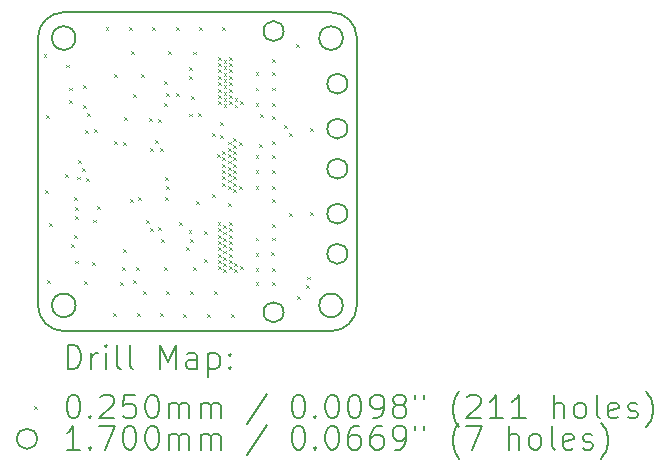
<source format=gbr>
%TF.GenerationSoftware,KiCad,Pcbnew,7.0.7*%
%TF.CreationDate,2024-08-09T21:04:42-05:00*%
%TF.ProjectId,O32controller,4f333263-6f6e-4747-926f-6c6c65722e6b,3.1*%
%TF.SameCoordinates,Original*%
%TF.FileFunction,Drillmap*%
%TF.FilePolarity,Positive*%
%FSLAX45Y45*%
G04 Gerber Fmt 4.5, Leading zero omitted, Abs format (unit mm)*
G04 Created by KiCad (PCBNEW 7.0.7) date 2024-08-09 21:04:42*
%MOMM*%
%LPD*%
G01*
G04 APERTURE LIST*
%ADD10C,0.150000*%
%ADD11C,0.200000*%
%ADD12C,0.025000*%
%ADD13C,0.170000*%
G04 APERTURE END LIST*
D10*
X6231400Y-6131400D02*
G75*
G03*
X6231400Y-6131400I-100000J0D01*
G01*
X3868600Y-3650000D02*
X6131400Y-3650000D01*
X3650000Y-6131400D02*
G75*
G03*
X3868600Y-6350000I218600J0D01*
G01*
X3868600Y-3650000D02*
G75*
G03*
X3650000Y-3868600I0J-218600D01*
G01*
X3868600Y-6350000D02*
X6131400Y-6350000D01*
X6350000Y-3868600D02*
X6350000Y-6131400D01*
X6350000Y-3868600D02*
G75*
G03*
X6131400Y-3650000I-218600J0D01*
G01*
X3968600Y-6131400D02*
G75*
G03*
X3968600Y-6131400I-100000J0D01*
G01*
X3968600Y-3868600D02*
G75*
G03*
X3968600Y-3868600I-100000J0D01*
G01*
X6131400Y-6350000D02*
G75*
G03*
X6350000Y-6131400I0J218600D01*
G01*
X6231400Y-3868600D02*
G75*
G03*
X6231400Y-3868600I-100000J0D01*
G01*
X3650000Y-3868600D02*
X3650000Y-6131400D01*
D11*
D12*
X3697500Y-4007500D02*
X3722500Y-4032500D01*
X3722500Y-4007500D02*
X3697500Y-4032500D01*
X3713700Y-5152500D02*
X3738700Y-5177500D01*
X3738700Y-5152500D02*
X3713700Y-5177500D01*
X3722500Y-4522500D02*
X3747500Y-4547500D01*
X3747500Y-4522500D02*
X3722500Y-4547500D01*
X3727500Y-5915000D02*
X3752500Y-5940000D01*
X3752500Y-5915000D02*
X3727500Y-5940000D01*
X3741550Y-5438340D02*
X3766550Y-5463340D01*
X3766550Y-5438340D02*
X3741550Y-5463340D01*
X3881410Y-5017586D02*
X3906410Y-5042586D01*
X3906410Y-5017586D02*
X3881410Y-5042586D01*
X3887500Y-4092500D02*
X3912500Y-4117500D01*
X3912500Y-4092500D02*
X3887500Y-4117500D01*
X3912411Y-4390025D02*
X3937411Y-4415025D01*
X3937411Y-4390025D02*
X3912411Y-4415025D01*
X3912500Y-4287500D02*
X3937500Y-4312500D01*
X3937500Y-4287500D02*
X3912500Y-4312500D01*
X3927060Y-5616140D02*
X3952060Y-5641140D01*
X3952060Y-5616140D02*
X3927060Y-5641140D01*
X3952460Y-5539940D02*
X3977460Y-5564940D01*
X3977460Y-5539940D02*
X3952460Y-5564940D01*
X3957059Y-5216759D02*
X3982059Y-5241759D01*
X3982059Y-5216759D02*
X3957059Y-5241759D01*
X3962500Y-5377500D02*
X3987500Y-5402500D01*
X3987500Y-5377500D02*
X3962500Y-5402500D01*
X3962550Y-5298476D02*
X3987550Y-5323476D01*
X3987550Y-5298476D02*
X3962550Y-5323476D01*
X3963861Y-5752058D02*
X3988861Y-5777058D01*
X3988861Y-5752058D02*
X3963861Y-5777058D01*
X3984394Y-5040925D02*
X4009394Y-5065925D01*
X4009394Y-5040925D02*
X3984394Y-5065925D01*
X3987500Y-4902500D02*
X4012500Y-4927500D01*
X4012500Y-4902500D02*
X3987500Y-4927500D01*
X4022500Y-4972500D02*
X4047500Y-4997500D01*
X4047500Y-4972500D02*
X4022500Y-4997500D01*
X4032500Y-4267500D02*
X4057500Y-4292500D01*
X4057500Y-4267500D02*
X4032500Y-4292500D01*
X4032500Y-4432500D02*
X4057500Y-4457500D01*
X4057500Y-4432500D02*
X4032500Y-4457500D01*
X4037500Y-5922500D02*
X4062500Y-5947500D01*
X4062500Y-5922500D02*
X4037500Y-5947500D01*
X4052500Y-4650940D02*
X4077500Y-4675940D01*
X4077500Y-4650940D02*
X4052500Y-4675940D01*
X4053436Y-5057270D02*
X4078436Y-5082270D01*
X4078436Y-5057270D02*
X4053436Y-5082270D01*
X4062500Y-4502500D02*
X4087500Y-4527500D01*
X4087500Y-4502500D02*
X4062500Y-4527500D01*
X4104860Y-5765950D02*
X4129860Y-5790950D01*
X4129860Y-5765950D02*
X4104860Y-5790950D01*
X4120050Y-5404950D02*
X4145050Y-5429950D01*
X4145050Y-5404950D02*
X4120050Y-5429950D01*
X4122500Y-4635700D02*
X4147500Y-4660700D01*
X4147500Y-4635700D02*
X4122500Y-4660700D01*
X4150150Y-5291550D02*
X4175150Y-5316550D01*
X4175150Y-5291550D02*
X4150150Y-5316550D01*
X4222500Y-3772500D02*
X4247500Y-3797500D01*
X4247500Y-3772500D02*
X4222500Y-3797500D01*
X4287500Y-6197500D02*
X4312500Y-6222500D01*
X4312500Y-6197500D02*
X4287500Y-6222500D01*
X4291056Y-4742450D02*
X4316056Y-4767450D01*
X4316056Y-4742450D02*
X4291056Y-4767450D01*
X4297500Y-4175000D02*
X4322500Y-4200000D01*
X4322500Y-4175000D02*
X4297500Y-4200000D01*
X4345000Y-5935000D02*
X4370000Y-5960000D01*
X4370000Y-5935000D02*
X4345000Y-5960000D01*
X4362500Y-5807500D02*
X4387500Y-5832500D01*
X4387500Y-5807500D02*
X4362500Y-5832500D01*
X4374100Y-4747460D02*
X4399100Y-4772460D01*
X4399100Y-4747460D02*
X4374100Y-4772460D01*
X4374100Y-5651700D02*
X4399100Y-5676700D01*
X4399100Y-5651700D02*
X4374100Y-5676700D01*
X4382500Y-4537500D02*
X4407500Y-4562500D01*
X4407500Y-4537500D02*
X4382500Y-4562500D01*
X4422500Y-3772500D02*
X4447500Y-3797500D01*
X4447500Y-3772500D02*
X4422500Y-3797500D01*
X4428318Y-5234588D02*
X4453318Y-5259588D01*
X4453318Y-5234588D02*
X4428318Y-5259588D01*
X4437500Y-3977500D02*
X4462500Y-4002500D01*
X4462500Y-3977500D02*
X4437500Y-4002500D01*
X4452500Y-4340000D02*
X4477500Y-4365000D01*
X4477500Y-4340000D02*
X4452500Y-4365000D01*
X4452500Y-5917500D02*
X4477500Y-5942500D01*
X4477500Y-5917500D02*
X4452500Y-5942500D01*
X4477500Y-5807500D02*
X4502500Y-5832500D01*
X4502500Y-5807500D02*
X4477500Y-5832500D01*
X4487500Y-6197500D02*
X4512500Y-6222500D01*
X4512500Y-6197500D02*
X4487500Y-6222500D01*
X4497500Y-5217500D02*
X4522500Y-5242500D01*
X4522500Y-5217500D02*
X4497500Y-5242500D01*
X4522500Y-4175000D02*
X4547500Y-4200000D01*
X4547500Y-4175000D02*
X4522500Y-4200000D01*
X4537500Y-6007500D02*
X4562500Y-6032500D01*
X4562500Y-6007500D02*
X4537500Y-6032500D01*
X4562500Y-5407500D02*
X4587500Y-5432500D01*
X4587500Y-5407500D02*
X4562500Y-5432500D01*
X4592500Y-4542500D02*
X4617500Y-4567500D01*
X4617500Y-4542500D02*
X4592500Y-4567500D01*
X4595500Y-5474500D02*
X4620500Y-5499500D01*
X4620500Y-5474500D02*
X4595500Y-5499500D01*
X4602500Y-4797500D02*
X4627500Y-4822500D01*
X4627500Y-4797500D02*
X4602500Y-4822500D01*
X4617500Y-3772500D02*
X4642500Y-3797500D01*
X4642500Y-3772500D02*
X4617500Y-3797500D01*
X4642500Y-4732500D02*
X4667500Y-4757500D01*
X4667500Y-4732500D02*
X4642500Y-4757500D01*
X4667500Y-4555000D02*
X4692500Y-4580000D01*
X4692500Y-4555000D02*
X4667500Y-4580000D01*
X4667500Y-5467500D02*
X4692500Y-5492500D01*
X4692500Y-5467500D02*
X4667500Y-5492500D01*
X4680000Y-4800000D02*
X4705000Y-4825000D01*
X4705000Y-4800000D02*
X4680000Y-4825000D01*
X4687500Y-6197500D02*
X4712500Y-6222500D01*
X4712500Y-6197500D02*
X4687500Y-6222500D01*
X4692500Y-5572500D02*
X4717500Y-5597500D01*
X4717500Y-5572500D02*
X4692500Y-5597500D01*
X4717500Y-4235000D02*
X4742500Y-4260000D01*
X4742500Y-4235000D02*
X4717500Y-4260000D01*
X4717500Y-4417500D02*
X4742500Y-4442500D01*
X4742500Y-4417500D02*
X4717500Y-4442500D01*
X4717500Y-5807500D02*
X4742500Y-5832500D01*
X4742500Y-5807500D02*
X4717500Y-5832500D01*
X4722500Y-5047500D02*
X4747500Y-5072500D01*
X4747500Y-5047500D02*
X4722500Y-5072500D01*
X4727500Y-5212500D02*
X4752500Y-5237500D01*
X4752500Y-5212500D02*
X4727500Y-5237500D01*
X4732500Y-4335000D02*
X4757500Y-4360000D01*
X4757500Y-4335000D02*
X4732500Y-4360000D01*
X4732500Y-5122500D02*
X4757500Y-5147500D01*
X4757500Y-5122500D02*
X4732500Y-5147500D01*
X4737500Y-6007500D02*
X4762500Y-6032500D01*
X4762500Y-6007500D02*
X4737500Y-6032500D01*
X4752500Y-3977500D02*
X4777500Y-4002500D01*
X4777500Y-3977500D02*
X4752500Y-4002500D01*
X4817500Y-3772500D02*
X4842500Y-3797500D01*
X4842500Y-3772500D02*
X4817500Y-3797500D01*
X4817500Y-4337500D02*
X4842500Y-4362500D01*
X4842500Y-4337500D02*
X4817500Y-4362500D01*
X4842500Y-5427500D02*
X4867500Y-5452500D01*
X4867500Y-5427500D02*
X4842500Y-5452500D01*
X4882500Y-6202500D02*
X4907500Y-6227500D01*
X4907500Y-6202500D02*
X4882500Y-6227500D01*
X4907500Y-5635000D02*
X4932500Y-5660000D01*
X4932500Y-5635000D02*
X4907500Y-5660000D01*
X4925000Y-5497500D02*
X4950000Y-5522500D01*
X4950000Y-5497500D02*
X4925000Y-5522500D01*
X4928363Y-4113363D02*
X4953363Y-4138363D01*
X4953363Y-4113363D02*
X4928363Y-4138363D01*
X4930000Y-4190000D02*
X4955000Y-4215000D01*
X4955000Y-4190000D02*
X4930000Y-4215000D01*
X4932500Y-4507500D02*
X4957500Y-4532500D01*
X4957500Y-4507500D02*
X4932500Y-4532500D01*
X4937500Y-5570000D02*
X4962500Y-5595000D01*
X4962500Y-5570000D02*
X4937500Y-5595000D01*
X4937500Y-6007500D02*
X4962500Y-6032500D01*
X4962500Y-6007500D02*
X4937500Y-6032500D01*
X4947500Y-4357500D02*
X4972500Y-4382500D01*
X4972500Y-4357500D02*
X4947500Y-4382500D01*
X4962500Y-5807500D02*
X4987500Y-5832500D01*
X4987500Y-5807500D02*
X4962500Y-5832500D01*
X4965000Y-3982500D02*
X4990000Y-4007500D01*
X4990000Y-3982500D02*
X4965000Y-4007500D01*
X4992500Y-5247500D02*
X5017500Y-5272500D01*
X5017500Y-5247500D02*
X4992500Y-5272500D01*
X5007500Y-4502500D02*
X5032500Y-4527500D01*
X5032500Y-4502500D02*
X5007500Y-4527500D01*
X5012500Y-3772500D02*
X5037500Y-3797500D01*
X5037500Y-3772500D02*
X5012500Y-3797500D01*
X5052500Y-5502500D02*
X5077500Y-5527500D01*
X5077500Y-5502500D02*
X5052500Y-5527500D01*
X5057500Y-5742500D02*
X5082500Y-5767500D01*
X5082500Y-5742500D02*
X5057500Y-5767500D01*
X5082500Y-6202500D02*
X5107500Y-6227500D01*
X5107500Y-6202500D02*
X5082500Y-6227500D01*
X5122500Y-4672500D02*
X5147500Y-4697500D01*
X5147500Y-4672500D02*
X5122500Y-4697500D01*
X5122500Y-5192500D02*
X5147500Y-5217500D01*
X5147500Y-5192500D02*
X5122500Y-5217500D01*
X5137500Y-6007500D02*
X5162500Y-6032500D01*
X5162500Y-6007500D02*
X5137500Y-6032500D01*
X5163500Y-4852500D02*
X5188500Y-4877500D01*
X5188500Y-4852500D02*
X5163500Y-4877500D01*
X5170500Y-5427500D02*
X5195500Y-5452500D01*
X5195500Y-5427500D02*
X5170500Y-5452500D01*
X5171500Y-5480500D02*
X5196500Y-5505500D01*
X5196500Y-5480500D02*
X5171500Y-5505500D01*
X5171500Y-5533500D02*
X5196500Y-5558500D01*
X5196500Y-5533500D02*
X5171500Y-5558500D01*
X5171500Y-5587500D02*
X5196500Y-5612500D01*
X5196500Y-5587500D02*
X5171500Y-5612500D01*
X5171500Y-5799500D02*
X5196500Y-5824500D01*
X5196500Y-5799500D02*
X5171500Y-5824500D01*
X5172500Y-5640500D02*
X5197500Y-5665500D01*
X5197500Y-5640500D02*
X5172500Y-5665500D01*
X5172500Y-5693500D02*
X5197500Y-5718500D01*
X5197500Y-5693500D02*
X5172500Y-5718500D01*
X5172500Y-5746500D02*
X5197500Y-5771500D01*
X5197500Y-5746500D02*
X5172500Y-5771500D01*
X5174500Y-4026500D02*
X5199500Y-4051500D01*
X5199500Y-4026500D02*
X5174500Y-4051500D01*
X5174500Y-4080500D02*
X5199500Y-4105500D01*
X5199500Y-4080500D02*
X5174500Y-4105500D01*
X5174500Y-4134500D02*
X5199500Y-4159500D01*
X5199500Y-4134500D02*
X5174500Y-4159500D01*
X5174500Y-4188500D02*
X5199500Y-4213500D01*
X5199500Y-4188500D02*
X5174500Y-4213500D01*
X5174500Y-4242500D02*
X5199500Y-4267500D01*
X5199500Y-4242500D02*
X5174500Y-4267500D01*
X5174500Y-4296500D02*
X5199500Y-4321500D01*
X5199500Y-4296500D02*
X5174500Y-4321500D01*
X5174500Y-4350500D02*
X5199500Y-4375500D01*
X5199500Y-4350500D02*
X5174500Y-4375500D01*
X5174500Y-4404500D02*
X5199500Y-4429500D01*
X5199500Y-4404500D02*
X5174500Y-4429500D01*
X5192500Y-4582500D02*
X5217500Y-4607500D01*
X5217500Y-4582500D02*
X5192500Y-4607500D01*
X5195500Y-4691500D02*
X5220500Y-4716500D01*
X5220500Y-4691500D02*
X5195500Y-4716500D01*
X5210500Y-4825500D02*
X5235500Y-4850500D01*
X5235500Y-4825500D02*
X5210500Y-4850500D01*
X5210500Y-4879500D02*
X5235500Y-4904500D01*
X5235500Y-4879500D02*
X5210500Y-4904500D01*
X5210500Y-4985500D02*
X5235500Y-5010500D01*
X5235500Y-4985500D02*
X5210500Y-5010500D01*
X5210500Y-5092500D02*
X5235500Y-5117500D01*
X5235500Y-5092500D02*
X5210500Y-5117500D01*
X5211500Y-4932500D02*
X5236500Y-4957500D01*
X5236500Y-4932500D02*
X5211500Y-4957500D01*
X5211500Y-5038500D02*
X5236500Y-5063500D01*
X5236500Y-5038500D02*
X5211500Y-5063500D01*
X5212500Y-3772500D02*
X5237500Y-3797500D01*
X5237500Y-3772500D02*
X5212500Y-3797500D01*
X5218500Y-5453500D02*
X5243500Y-5478500D01*
X5243500Y-5453500D02*
X5218500Y-5478500D01*
X5218500Y-5773500D02*
X5243500Y-5798500D01*
X5243500Y-5773500D02*
X5218500Y-5798500D01*
X5218500Y-5826500D02*
X5243500Y-5851500D01*
X5243500Y-5826500D02*
X5218500Y-5851500D01*
X5219500Y-5506500D02*
X5244500Y-5531500D01*
X5244500Y-5506500D02*
X5219500Y-5531500D01*
X5219500Y-5559500D02*
X5244500Y-5584500D01*
X5244500Y-5559500D02*
X5219500Y-5584500D01*
X5219500Y-5613500D02*
X5244500Y-5638500D01*
X5244500Y-5613500D02*
X5219500Y-5638500D01*
X5219500Y-5667500D02*
X5244500Y-5692500D01*
X5244500Y-5667500D02*
X5219500Y-5692500D01*
X5219500Y-5720500D02*
X5244500Y-5745500D01*
X5244500Y-5720500D02*
X5219500Y-5745500D01*
X5221500Y-4053500D02*
X5246500Y-4078500D01*
X5246500Y-4053500D02*
X5221500Y-4078500D01*
X5221500Y-4107500D02*
X5246500Y-4132500D01*
X5246500Y-4107500D02*
X5221500Y-4132500D01*
X5221500Y-4161500D02*
X5246500Y-4186500D01*
X5246500Y-4161500D02*
X5221500Y-4186500D01*
X5221500Y-4215500D02*
X5246500Y-4240500D01*
X5246500Y-4215500D02*
X5221500Y-4240500D01*
X5221500Y-4269500D02*
X5246500Y-4294500D01*
X5246500Y-4269500D02*
X5221500Y-4294500D01*
X5221500Y-4323500D02*
X5246500Y-4348500D01*
X5246500Y-4323500D02*
X5221500Y-4348500D01*
X5221500Y-4377500D02*
X5246500Y-4402500D01*
X5246500Y-4377500D02*
X5221500Y-4402500D01*
X5221500Y-4430500D02*
X5246500Y-4455500D01*
X5246500Y-4430500D02*
X5221500Y-4455500D01*
X5257500Y-4744500D02*
X5282500Y-4769500D01*
X5282500Y-4744500D02*
X5257500Y-4769500D01*
X5257500Y-4797500D02*
X5282500Y-4822500D01*
X5282500Y-4797500D02*
X5257500Y-4822500D01*
X5257500Y-4852500D02*
X5282500Y-4877500D01*
X5282500Y-4852500D02*
X5257500Y-4877500D01*
X5257500Y-5119500D02*
X5282500Y-5144500D01*
X5282500Y-5119500D02*
X5257500Y-5144500D01*
X5257500Y-5262500D02*
X5282500Y-5287500D01*
X5282500Y-5262500D02*
X5257500Y-5287500D01*
X5258500Y-4905500D02*
X5283500Y-4930500D01*
X5283500Y-4905500D02*
X5258500Y-4930500D01*
X5258500Y-4958500D02*
X5283500Y-4983500D01*
X5283500Y-4958500D02*
X5258500Y-4983500D01*
X5258500Y-5012500D02*
X5283500Y-5037500D01*
X5283500Y-5012500D02*
X5258500Y-5037500D01*
X5258500Y-5066500D02*
X5283500Y-5091500D01*
X5283500Y-5066500D02*
X5258500Y-5091500D01*
X5265500Y-5427500D02*
X5290500Y-5452500D01*
X5290500Y-5427500D02*
X5265500Y-5452500D01*
X5265500Y-5747500D02*
X5290500Y-5772500D01*
X5290500Y-5747500D02*
X5265500Y-5772500D01*
X5266500Y-5480500D02*
X5291500Y-5505500D01*
X5291500Y-5480500D02*
X5266500Y-5505500D01*
X5266500Y-5533500D02*
X5291500Y-5558500D01*
X5291500Y-5533500D02*
X5266500Y-5558500D01*
X5266500Y-5587500D02*
X5291500Y-5612500D01*
X5291500Y-5587500D02*
X5266500Y-5612500D01*
X5266500Y-5641500D02*
X5291500Y-5666500D01*
X5291500Y-5641500D02*
X5266500Y-5666500D01*
X5266500Y-5694500D02*
X5291500Y-5719500D01*
X5291500Y-5694500D02*
X5266500Y-5719500D01*
X5266500Y-5800500D02*
X5291500Y-5825500D01*
X5291500Y-5800500D02*
X5266500Y-5825500D01*
X5268500Y-4026500D02*
X5293500Y-4051500D01*
X5293500Y-4026500D02*
X5268500Y-4051500D01*
X5268500Y-4080500D02*
X5293500Y-4105500D01*
X5293500Y-4080500D02*
X5268500Y-4105500D01*
X5268500Y-4134500D02*
X5293500Y-4159500D01*
X5293500Y-4134500D02*
X5268500Y-4159500D01*
X5268500Y-4188500D02*
X5293500Y-4213500D01*
X5293500Y-4188500D02*
X5268500Y-4213500D01*
X5268500Y-4242500D02*
X5293500Y-4267500D01*
X5293500Y-4242500D02*
X5268500Y-4267500D01*
X5268500Y-4296500D02*
X5293500Y-4321500D01*
X5293500Y-4296500D02*
X5268500Y-4321500D01*
X5268500Y-4350500D02*
X5293500Y-4375500D01*
X5293500Y-4350500D02*
X5268500Y-4375500D01*
X5268500Y-4404500D02*
X5293500Y-4429500D01*
X5293500Y-4404500D02*
X5268500Y-4429500D01*
X5287500Y-6202500D02*
X5312500Y-6227500D01*
X5312500Y-6202500D02*
X5287500Y-6227500D01*
X5303500Y-5148500D02*
X5328500Y-5173500D01*
X5328500Y-5148500D02*
X5303500Y-5173500D01*
X5304500Y-4718500D02*
X5329500Y-4743500D01*
X5329500Y-4718500D02*
X5304500Y-4743500D01*
X5304500Y-4771500D02*
X5329500Y-4796500D01*
X5329500Y-4771500D02*
X5304500Y-4796500D01*
X5304500Y-4824500D02*
X5329500Y-4849500D01*
X5329500Y-4824500D02*
X5304500Y-4849500D01*
X5305500Y-4877500D02*
X5330500Y-4902500D01*
X5330500Y-4877500D02*
X5305500Y-4902500D01*
X5305500Y-4932500D02*
X5330500Y-4957500D01*
X5330500Y-4932500D02*
X5305500Y-4957500D01*
X5305500Y-4986500D02*
X5330500Y-5011500D01*
X5330500Y-4986500D02*
X5305500Y-5011500D01*
X5305500Y-5040500D02*
X5330500Y-5065500D01*
X5330500Y-5040500D02*
X5305500Y-5065500D01*
X5305500Y-5094500D02*
X5330500Y-5119500D01*
X5330500Y-5094500D02*
X5305500Y-5119500D01*
X5312500Y-5773500D02*
X5337500Y-5798500D01*
X5337500Y-5773500D02*
X5312500Y-5798500D01*
X5312500Y-5827500D02*
X5337500Y-5852500D01*
X5337500Y-5827500D02*
X5312500Y-5852500D01*
X5314500Y-4377500D02*
X5339500Y-4402500D01*
X5339500Y-4377500D02*
X5314500Y-4402500D01*
X5314500Y-4431500D02*
X5339500Y-4456500D01*
X5339500Y-4431500D02*
X5314500Y-4456500D01*
X5350500Y-5122500D02*
X5375500Y-5147500D01*
X5375500Y-5122500D02*
X5350500Y-5147500D01*
X5351500Y-4745500D02*
X5376500Y-4770500D01*
X5376500Y-4745500D02*
X5351500Y-4770500D01*
X5358500Y-5800500D02*
X5383500Y-5825500D01*
X5383500Y-5800500D02*
X5358500Y-5825500D01*
X5360500Y-4404500D02*
X5385500Y-4429500D01*
X5385500Y-4404500D02*
X5360500Y-4429500D01*
X5492500Y-4157500D02*
X5517500Y-4182500D01*
X5517500Y-4157500D02*
X5492500Y-4182500D01*
X5492500Y-4287500D02*
X5517500Y-4312500D01*
X5517500Y-4287500D02*
X5492500Y-4312500D01*
X5492500Y-4422500D02*
X5517500Y-4447500D01*
X5517500Y-4422500D02*
X5492500Y-4447500D01*
X5492500Y-4857500D02*
X5517500Y-4882500D01*
X5517500Y-4857500D02*
X5492500Y-4882500D01*
X5492500Y-4987500D02*
X5517500Y-5012500D01*
X5517500Y-4987500D02*
X5492500Y-5012500D01*
X5492500Y-5122500D02*
X5517500Y-5147500D01*
X5517500Y-5122500D02*
X5492500Y-5147500D01*
X5492500Y-5557500D02*
X5517500Y-5582500D01*
X5517500Y-5557500D02*
X5492500Y-5582500D01*
X5492500Y-5687500D02*
X5517500Y-5712500D01*
X5517500Y-5687500D02*
X5492500Y-5712500D01*
X5492500Y-5817500D02*
X5517500Y-5842500D01*
X5517500Y-5817500D02*
X5492500Y-5842500D01*
X5492500Y-5932500D02*
X5517500Y-5957500D01*
X5517500Y-5932500D02*
X5492500Y-5957500D01*
X5522500Y-4762500D02*
X5547500Y-4787500D01*
X5547500Y-4762500D02*
X5522500Y-4787500D01*
X5532500Y-4512500D02*
X5557500Y-4537500D01*
X5557500Y-4512500D02*
X5532500Y-4537500D01*
X5627500Y-5682500D02*
X5652500Y-5707500D01*
X5652500Y-5682500D02*
X5627500Y-5707500D01*
X5632500Y-4042500D02*
X5657500Y-4067500D01*
X5657500Y-4042500D02*
X5632500Y-4067500D01*
X5632500Y-4157500D02*
X5657500Y-4182500D01*
X5657500Y-4157500D02*
X5632500Y-4182500D01*
X5632500Y-4287500D02*
X5657500Y-4312500D01*
X5657500Y-4287500D02*
X5632500Y-4312500D01*
X5632500Y-4417500D02*
X5657500Y-4442500D01*
X5657500Y-4417500D02*
X5632500Y-4442500D01*
X5632500Y-4532500D02*
X5657500Y-4557500D01*
X5657500Y-4532500D02*
X5632500Y-4557500D01*
X5632500Y-4742500D02*
X5657500Y-4767500D01*
X5657500Y-4742500D02*
X5632500Y-4767500D01*
X5632500Y-4857500D02*
X5657500Y-4882500D01*
X5657500Y-4857500D02*
X5632500Y-4882500D01*
X5632500Y-4987500D02*
X5657500Y-5012500D01*
X5657500Y-4987500D02*
X5632500Y-5012500D01*
X5632500Y-5122500D02*
X5657500Y-5147500D01*
X5657500Y-5122500D02*
X5632500Y-5147500D01*
X5632500Y-5232500D02*
X5657500Y-5257500D01*
X5657500Y-5232500D02*
X5632500Y-5257500D01*
X5632500Y-5442500D02*
X5657500Y-5467500D01*
X5657500Y-5442500D02*
X5632500Y-5467500D01*
X5632500Y-5557500D02*
X5657500Y-5582500D01*
X5657500Y-5557500D02*
X5632500Y-5582500D01*
X5632500Y-5817500D02*
X5657500Y-5842500D01*
X5657500Y-5817500D02*
X5632500Y-5842500D01*
X5632500Y-5932500D02*
X5657500Y-5957500D01*
X5657500Y-5932500D02*
X5632500Y-5957500D01*
X5732500Y-4602500D02*
X5757500Y-4627500D01*
X5757500Y-4602500D02*
X5732500Y-4627500D01*
X5777500Y-4672500D02*
X5802500Y-4697500D01*
X5802500Y-4672500D02*
X5777500Y-4697500D01*
X5777500Y-5352500D02*
X5802500Y-5377500D01*
X5802500Y-5352500D02*
X5777500Y-5377500D01*
X5832500Y-3917500D02*
X5857500Y-3942500D01*
X5857500Y-3917500D02*
X5832500Y-3942500D01*
X5842500Y-6052500D02*
X5867500Y-6077500D01*
X5867500Y-6052500D02*
X5842500Y-6077500D01*
X5922500Y-5962500D02*
X5947500Y-5987500D01*
X5947500Y-5962500D02*
X5922500Y-5987500D01*
X5927500Y-5887500D02*
X5952500Y-5912500D01*
X5952500Y-5887500D02*
X5927500Y-5912500D01*
X5957500Y-4632500D02*
X5982500Y-4657500D01*
X5982500Y-4632500D02*
X5957500Y-4657500D01*
X5957500Y-5337500D02*
X5982500Y-5362500D01*
X5982500Y-5337500D02*
X5957500Y-5362500D01*
D13*
X5730000Y-3810000D02*
G75*
G03*
X5730000Y-3810000I-85000J0D01*
G01*
X5730000Y-6190000D02*
G75*
G03*
X5730000Y-6190000I-85000J0D01*
G01*
X6270000Y-4255000D02*
G75*
G03*
X6270000Y-4255000I-85000J0D01*
G01*
X6270000Y-4635000D02*
G75*
G03*
X6270000Y-4635000I-85000J0D01*
G01*
X6270000Y-4975000D02*
G75*
G03*
X6270000Y-4975000I-85000J0D01*
G01*
X6270000Y-5355000D02*
G75*
G03*
X6270000Y-5355000I-85000J0D01*
G01*
X6270000Y-5695000D02*
G75*
G03*
X6270000Y-5695000I-85000J0D01*
G01*
D11*
X3903277Y-6668984D02*
X3903277Y-6468984D01*
X3903277Y-6468984D02*
X3950896Y-6468984D01*
X3950896Y-6468984D02*
X3979467Y-6478508D01*
X3979467Y-6478508D02*
X3998515Y-6497555D01*
X3998515Y-6497555D02*
X4008039Y-6516603D01*
X4008039Y-6516603D02*
X4017562Y-6554698D01*
X4017562Y-6554698D02*
X4017562Y-6583269D01*
X4017562Y-6583269D02*
X4008039Y-6621365D01*
X4008039Y-6621365D02*
X3998515Y-6640412D01*
X3998515Y-6640412D02*
X3979467Y-6659460D01*
X3979467Y-6659460D02*
X3950896Y-6668984D01*
X3950896Y-6668984D02*
X3903277Y-6668984D01*
X4103277Y-6668984D02*
X4103277Y-6535650D01*
X4103277Y-6573746D02*
X4112801Y-6554698D01*
X4112801Y-6554698D02*
X4122324Y-6545174D01*
X4122324Y-6545174D02*
X4141372Y-6535650D01*
X4141372Y-6535650D02*
X4160420Y-6535650D01*
X4227086Y-6668984D02*
X4227086Y-6535650D01*
X4227086Y-6468984D02*
X4217563Y-6478508D01*
X4217563Y-6478508D02*
X4227086Y-6488031D01*
X4227086Y-6488031D02*
X4236610Y-6478508D01*
X4236610Y-6478508D02*
X4227086Y-6468984D01*
X4227086Y-6468984D02*
X4227086Y-6488031D01*
X4350896Y-6668984D02*
X4331848Y-6659460D01*
X4331848Y-6659460D02*
X4322324Y-6640412D01*
X4322324Y-6640412D02*
X4322324Y-6468984D01*
X4455658Y-6668984D02*
X4436610Y-6659460D01*
X4436610Y-6659460D02*
X4427086Y-6640412D01*
X4427086Y-6640412D02*
X4427086Y-6468984D01*
X4684229Y-6668984D02*
X4684229Y-6468984D01*
X4684229Y-6468984D02*
X4750896Y-6611841D01*
X4750896Y-6611841D02*
X4817563Y-6468984D01*
X4817563Y-6468984D02*
X4817563Y-6668984D01*
X4998515Y-6668984D02*
X4998515Y-6564222D01*
X4998515Y-6564222D02*
X4988991Y-6545174D01*
X4988991Y-6545174D02*
X4969944Y-6535650D01*
X4969944Y-6535650D02*
X4931848Y-6535650D01*
X4931848Y-6535650D02*
X4912801Y-6545174D01*
X4998515Y-6659460D02*
X4979467Y-6668984D01*
X4979467Y-6668984D02*
X4931848Y-6668984D01*
X4931848Y-6668984D02*
X4912801Y-6659460D01*
X4912801Y-6659460D02*
X4903277Y-6640412D01*
X4903277Y-6640412D02*
X4903277Y-6621365D01*
X4903277Y-6621365D02*
X4912801Y-6602317D01*
X4912801Y-6602317D02*
X4931848Y-6592793D01*
X4931848Y-6592793D02*
X4979467Y-6592793D01*
X4979467Y-6592793D02*
X4998515Y-6583269D01*
X5093753Y-6535650D02*
X5093753Y-6735650D01*
X5093753Y-6545174D02*
X5112801Y-6535650D01*
X5112801Y-6535650D02*
X5150896Y-6535650D01*
X5150896Y-6535650D02*
X5169944Y-6545174D01*
X5169944Y-6545174D02*
X5179467Y-6554698D01*
X5179467Y-6554698D02*
X5188991Y-6573746D01*
X5188991Y-6573746D02*
X5188991Y-6630888D01*
X5188991Y-6630888D02*
X5179467Y-6649936D01*
X5179467Y-6649936D02*
X5169944Y-6659460D01*
X5169944Y-6659460D02*
X5150896Y-6668984D01*
X5150896Y-6668984D02*
X5112801Y-6668984D01*
X5112801Y-6668984D02*
X5093753Y-6659460D01*
X5274705Y-6649936D02*
X5284229Y-6659460D01*
X5284229Y-6659460D02*
X5274705Y-6668984D01*
X5274705Y-6668984D02*
X5265182Y-6659460D01*
X5265182Y-6659460D02*
X5274705Y-6649936D01*
X5274705Y-6649936D02*
X5274705Y-6668984D01*
X5274705Y-6545174D02*
X5284229Y-6554698D01*
X5284229Y-6554698D02*
X5274705Y-6564222D01*
X5274705Y-6564222D02*
X5265182Y-6554698D01*
X5265182Y-6554698D02*
X5274705Y-6545174D01*
X5274705Y-6545174D02*
X5274705Y-6564222D01*
D12*
X3617500Y-6985000D02*
X3642500Y-7010000D01*
X3642500Y-6985000D02*
X3617500Y-7010000D01*
D11*
X3941372Y-6888984D02*
X3960420Y-6888984D01*
X3960420Y-6888984D02*
X3979467Y-6898508D01*
X3979467Y-6898508D02*
X3988991Y-6908031D01*
X3988991Y-6908031D02*
X3998515Y-6927079D01*
X3998515Y-6927079D02*
X4008039Y-6965174D01*
X4008039Y-6965174D02*
X4008039Y-7012793D01*
X4008039Y-7012793D02*
X3998515Y-7050888D01*
X3998515Y-7050888D02*
X3988991Y-7069936D01*
X3988991Y-7069936D02*
X3979467Y-7079460D01*
X3979467Y-7079460D02*
X3960420Y-7088984D01*
X3960420Y-7088984D02*
X3941372Y-7088984D01*
X3941372Y-7088984D02*
X3922324Y-7079460D01*
X3922324Y-7079460D02*
X3912801Y-7069936D01*
X3912801Y-7069936D02*
X3903277Y-7050888D01*
X3903277Y-7050888D02*
X3893753Y-7012793D01*
X3893753Y-7012793D02*
X3893753Y-6965174D01*
X3893753Y-6965174D02*
X3903277Y-6927079D01*
X3903277Y-6927079D02*
X3912801Y-6908031D01*
X3912801Y-6908031D02*
X3922324Y-6898508D01*
X3922324Y-6898508D02*
X3941372Y-6888984D01*
X4093753Y-7069936D02*
X4103277Y-7079460D01*
X4103277Y-7079460D02*
X4093753Y-7088984D01*
X4093753Y-7088984D02*
X4084229Y-7079460D01*
X4084229Y-7079460D02*
X4093753Y-7069936D01*
X4093753Y-7069936D02*
X4093753Y-7088984D01*
X4179467Y-6908031D02*
X4188991Y-6898508D01*
X4188991Y-6898508D02*
X4208039Y-6888984D01*
X4208039Y-6888984D02*
X4255658Y-6888984D01*
X4255658Y-6888984D02*
X4274705Y-6898508D01*
X4274705Y-6898508D02*
X4284229Y-6908031D01*
X4284229Y-6908031D02*
X4293753Y-6927079D01*
X4293753Y-6927079D02*
X4293753Y-6946127D01*
X4293753Y-6946127D02*
X4284229Y-6974698D01*
X4284229Y-6974698D02*
X4169943Y-7088984D01*
X4169943Y-7088984D02*
X4293753Y-7088984D01*
X4474705Y-6888984D02*
X4379467Y-6888984D01*
X4379467Y-6888984D02*
X4369944Y-6984222D01*
X4369944Y-6984222D02*
X4379467Y-6974698D01*
X4379467Y-6974698D02*
X4398515Y-6965174D01*
X4398515Y-6965174D02*
X4446134Y-6965174D01*
X4446134Y-6965174D02*
X4465182Y-6974698D01*
X4465182Y-6974698D02*
X4474705Y-6984222D01*
X4474705Y-6984222D02*
X4484229Y-7003269D01*
X4484229Y-7003269D02*
X4484229Y-7050888D01*
X4484229Y-7050888D02*
X4474705Y-7069936D01*
X4474705Y-7069936D02*
X4465182Y-7079460D01*
X4465182Y-7079460D02*
X4446134Y-7088984D01*
X4446134Y-7088984D02*
X4398515Y-7088984D01*
X4398515Y-7088984D02*
X4379467Y-7079460D01*
X4379467Y-7079460D02*
X4369944Y-7069936D01*
X4608039Y-6888984D02*
X4627086Y-6888984D01*
X4627086Y-6888984D02*
X4646134Y-6898508D01*
X4646134Y-6898508D02*
X4655658Y-6908031D01*
X4655658Y-6908031D02*
X4665182Y-6927079D01*
X4665182Y-6927079D02*
X4674705Y-6965174D01*
X4674705Y-6965174D02*
X4674705Y-7012793D01*
X4674705Y-7012793D02*
X4665182Y-7050888D01*
X4665182Y-7050888D02*
X4655658Y-7069936D01*
X4655658Y-7069936D02*
X4646134Y-7079460D01*
X4646134Y-7079460D02*
X4627086Y-7088984D01*
X4627086Y-7088984D02*
X4608039Y-7088984D01*
X4608039Y-7088984D02*
X4588991Y-7079460D01*
X4588991Y-7079460D02*
X4579467Y-7069936D01*
X4579467Y-7069936D02*
X4569944Y-7050888D01*
X4569944Y-7050888D02*
X4560420Y-7012793D01*
X4560420Y-7012793D02*
X4560420Y-6965174D01*
X4560420Y-6965174D02*
X4569944Y-6927079D01*
X4569944Y-6927079D02*
X4579467Y-6908031D01*
X4579467Y-6908031D02*
X4588991Y-6898508D01*
X4588991Y-6898508D02*
X4608039Y-6888984D01*
X4760420Y-7088984D02*
X4760420Y-6955650D01*
X4760420Y-6974698D02*
X4769944Y-6965174D01*
X4769944Y-6965174D02*
X4788991Y-6955650D01*
X4788991Y-6955650D02*
X4817563Y-6955650D01*
X4817563Y-6955650D02*
X4836610Y-6965174D01*
X4836610Y-6965174D02*
X4846134Y-6984222D01*
X4846134Y-6984222D02*
X4846134Y-7088984D01*
X4846134Y-6984222D02*
X4855658Y-6965174D01*
X4855658Y-6965174D02*
X4874705Y-6955650D01*
X4874705Y-6955650D02*
X4903277Y-6955650D01*
X4903277Y-6955650D02*
X4922325Y-6965174D01*
X4922325Y-6965174D02*
X4931848Y-6984222D01*
X4931848Y-6984222D02*
X4931848Y-7088984D01*
X5027086Y-7088984D02*
X5027086Y-6955650D01*
X5027086Y-6974698D02*
X5036610Y-6965174D01*
X5036610Y-6965174D02*
X5055658Y-6955650D01*
X5055658Y-6955650D02*
X5084229Y-6955650D01*
X5084229Y-6955650D02*
X5103277Y-6965174D01*
X5103277Y-6965174D02*
X5112801Y-6984222D01*
X5112801Y-6984222D02*
X5112801Y-7088984D01*
X5112801Y-6984222D02*
X5122325Y-6965174D01*
X5122325Y-6965174D02*
X5141372Y-6955650D01*
X5141372Y-6955650D02*
X5169944Y-6955650D01*
X5169944Y-6955650D02*
X5188991Y-6965174D01*
X5188991Y-6965174D02*
X5198515Y-6984222D01*
X5198515Y-6984222D02*
X5198515Y-7088984D01*
X5588991Y-6879460D02*
X5417563Y-7136603D01*
X5846134Y-6888984D02*
X5865182Y-6888984D01*
X5865182Y-6888984D02*
X5884229Y-6898508D01*
X5884229Y-6898508D02*
X5893753Y-6908031D01*
X5893753Y-6908031D02*
X5903277Y-6927079D01*
X5903277Y-6927079D02*
X5912801Y-6965174D01*
X5912801Y-6965174D02*
X5912801Y-7012793D01*
X5912801Y-7012793D02*
X5903277Y-7050888D01*
X5903277Y-7050888D02*
X5893753Y-7069936D01*
X5893753Y-7069936D02*
X5884229Y-7079460D01*
X5884229Y-7079460D02*
X5865182Y-7088984D01*
X5865182Y-7088984D02*
X5846134Y-7088984D01*
X5846134Y-7088984D02*
X5827086Y-7079460D01*
X5827086Y-7079460D02*
X5817563Y-7069936D01*
X5817563Y-7069936D02*
X5808039Y-7050888D01*
X5808039Y-7050888D02*
X5798515Y-7012793D01*
X5798515Y-7012793D02*
X5798515Y-6965174D01*
X5798515Y-6965174D02*
X5808039Y-6927079D01*
X5808039Y-6927079D02*
X5817563Y-6908031D01*
X5817563Y-6908031D02*
X5827086Y-6898508D01*
X5827086Y-6898508D02*
X5846134Y-6888984D01*
X5998515Y-7069936D02*
X6008039Y-7079460D01*
X6008039Y-7079460D02*
X5998515Y-7088984D01*
X5998515Y-7088984D02*
X5988991Y-7079460D01*
X5988991Y-7079460D02*
X5998515Y-7069936D01*
X5998515Y-7069936D02*
X5998515Y-7088984D01*
X6131848Y-6888984D02*
X6150896Y-6888984D01*
X6150896Y-6888984D02*
X6169944Y-6898508D01*
X6169944Y-6898508D02*
X6179467Y-6908031D01*
X6179467Y-6908031D02*
X6188991Y-6927079D01*
X6188991Y-6927079D02*
X6198515Y-6965174D01*
X6198515Y-6965174D02*
X6198515Y-7012793D01*
X6198515Y-7012793D02*
X6188991Y-7050888D01*
X6188991Y-7050888D02*
X6179467Y-7069936D01*
X6179467Y-7069936D02*
X6169944Y-7079460D01*
X6169944Y-7079460D02*
X6150896Y-7088984D01*
X6150896Y-7088984D02*
X6131848Y-7088984D01*
X6131848Y-7088984D02*
X6112801Y-7079460D01*
X6112801Y-7079460D02*
X6103277Y-7069936D01*
X6103277Y-7069936D02*
X6093753Y-7050888D01*
X6093753Y-7050888D02*
X6084229Y-7012793D01*
X6084229Y-7012793D02*
X6084229Y-6965174D01*
X6084229Y-6965174D02*
X6093753Y-6927079D01*
X6093753Y-6927079D02*
X6103277Y-6908031D01*
X6103277Y-6908031D02*
X6112801Y-6898508D01*
X6112801Y-6898508D02*
X6131848Y-6888984D01*
X6322325Y-6888984D02*
X6341372Y-6888984D01*
X6341372Y-6888984D02*
X6360420Y-6898508D01*
X6360420Y-6898508D02*
X6369944Y-6908031D01*
X6369944Y-6908031D02*
X6379467Y-6927079D01*
X6379467Y-6927079D02*
X6388991Y-6965174D01*
X6388991Y-6965174D02*
X6388991Y-7012793D01*
X6388991Y-7012793D02*
X6379467Y-7050888D01*
X6379467Y-7050888D02*
X6369944Y-7069936D01*
X6369944Y-7069936D02*
X6360420Y-7079460D01*
X6360420Y-7079460D02*
X6341372Y-7088984D01*
X6341372Y-7088984D02*
X6322325Y-7088984D01*
X6322325Y-7088984D02*
X6303277Y-7079460D01*
X6303277Y-7079460D02*
X6293753Y-7069936D01*
X6293753Y-7069936D02*
X6284229Y-7050888D01*
X6284229Y-7050888D02*
X6274706Y-7012793D01*
X6274706Y-7012793D02*
X6274706Y-6965174D01*
X6274706Y-6965174D02*
X6284229Y-6927079D01*
X6284229Y-6927079D02*
X6293753Y-6908031D01*
X6293753Y-6908031D02*
X6303277Y-6898508D01*
X6303277Y-6898508D02*
X6322325Y-6888984D01*
X6484229Y-7088984D02*
X6522325Y-7088984D01*
X6522325Y-7088984D02*
X6541372Y-7079460D01*
X6541372Y-7079460D02*
X6550896Y-7069936D01*
X6550896Y-7069936D02*
X6569944Y-7041365D01*
X6569944Y-7041365D02*
X6579467Y-7003269D01*
X6579467Y-7003269D02*
X6579467Y-6927079D01*
X6579467Y-6927079D02*
X6569944Y-6908031D01*
X6569944Y-6908031D02*
X6560420Y-6898508D01*
X6560420Y-6898508D02*
X6541372Y-6888984D01*
X6541372Y-6888984D02*
X6503277Y-6888984D01*
X6503277Y-6888984D02*
X6484229Y-6898508D01*
X6484229Y-6898508D02*
X6474706Y-6908031D01*
X6474706Y-6908031D02*
X6465182Y-6927079D01*
X6465182Y-6927079D02*
X6465182Y-6974698D01*
X6465182Y-6974698D02*
X6474706Y-6993746D01*
X6474706Y-6993746D02*
X6484229Y-7003269D01*
X6484229Y-7003269D02*
X6503277Y-7012793D01*
X6503277Y-7012793D02*
X6541372Y-7012793D01*
X6541372Y-7012793D02*
X6560420Y-7003269D01*
X6560420Y-7003269D02*
X6569944Y-6993746D01*
X6569944Y-6993746D02*
X6579467Y-6974698D01*
X6693753Y-6974698D02*
X6674706Y-6965174D01*
X6674706Y-6965174D02*
X6665182Y-6955650D01*
X6665182Y-6955650D02*
X6655658Y-6936603D01*
X6655658Y-6936603D02*
X6655658Y-6927079D01*
X6655658Y-6927079D02*
X6665182Y-6908031D01*
X6665182Y-6908031D02*
X6674706Y-6898508D01*
X6674706Y-6898508D02*
X6693753Y-6888984D01*
X6693753Y-6888984D02*
X6731848Y-6888984D01*
X6731848Y-6888984D02*
X6750896Y-6898508D01*
X6750896Y-6898508D02*
X6760420Y-6908031D01*
X6760420Y-6908031D02*
X6769944Y-6927079D01*
X6769944Y-6927079D02*
X6769944Y-6936603D01*
X6769944Y-6936603D02*
X6760420Y-6955650D01*
X6760420Y-6955650D02*
X6750896Y-6965174D01*
X6750896Y-6965174D02*
X6731848Y-6974698D01*
X6731848Y-6974698D02*
X6693753Y-6974698D01*
X6693753Y-6974698D02*
X6674706Y-6984222D01*
X6674706Y-6984222D02*
X6665182Y-6993746D01*
X6665182Y-6993746D02*
X6655658Y-7012793D01*
X6655658Y-7012793D02*
X6655658Y-7050888D01*
X6655658Y-7050888D02*
X6665182Y-7069936D01*
X6665182Y-7069936D02*
X6674706Y-7079460D01*
X6674706Y-7079460D02*
X6693753Y-7088984D01*
X6693753Y-7088984D02*
X6731848Y-7088984D01*
X6731848Y-7088984D02*
X6750896Y-7079460D01*
X6750896Y-7079460D02*
X6760420Y-7069936D01*
X6760420Y-7069936D02*
X6769944Y-7050888D01*
X6769944Y-7050888D02*
X6769944Y-7012793D01*
X6769944Y-7012793D02*
X6760420Y-6993746D01*
X6760420Y-6993746D02*
X6750896Y-6984222D01*
X6750896Y-6984222D02*
X6731848Y-6974698D01*
X6846134Y-6888984D02*
X6846134Y-6927079D01*
X6922325Y-6888984D02*
X6922325Y-6927079D01*
X7217563Y-7165174D02*
X7208039Y-7155650D01*
X7208039Y-7155650D02*
X7188991Y-7127079D01*
X7188991Y-7127079D02*
X7179468Y-7108031D01*
X7179468Y-7108031D02*
X7169944Y-7079460D01*
X7169944Y-7079460D02*
X7160420Y-7031841D01*
X7160420Y-7031841D02*
X7160420Y-6993746D01*
X7160420Y-6993746D02*
X7169944Y-6946127D01*
X7169944Y-6946127D02*
X7179468Y-6917555D01*
X7179468Y-6917555D02*
X7188991Y-6898508D01*
X7188991Y-6898508D02*
X7208039Y-6869936D01*
X7208039Y-6869936D02*
X7217563Y-6860412D01*
X7284229Y-6908031D02*
X7293753Y-6898508D01*
X7293753Y-6898508D02*
X7312801Y-6888984D01*
X7312801Y-6888984D02*
X7360420Y-6888984D01*
X7360420Y-6888984D02*
X7379468Y-6898508D01*
X7379468Y-6898508D02*
X7388991Y-6908031D01*
X7388991Y-6908031D02*
X7398515Y-6927079D01*
X7398515Y-6927079D02*
X7398515Y-6946127D01*
X7398515Y-6946127D02*
X7388991Y-6974698D01*
X7388991Y-6974698D02*
X7274706Y-7088984D01*
X7274706Y-7088984D02*
X7398515Y-7088984D01*
X7588991Y-7088984D02*
X7474706Y-7088984D01*
X7531848Y-7088984D02*
X7531848Y-6888984D01*
X7531848Y-6888984D02*
X7512801Y-6917555D01*
X7512801Y-6917555D02*
X7493753Y-6936603D01*
X7493753Y-6936603D02*
X7474706Y-6946127D01*
X7779468Y-7088984D02*
X7665182Y-7088984D01*
X7722325Y-7088984D02*
X7722325Y-6888984D01*
X7722325Y-6888984D02*
X7703277Y-6917555D01*
X7703277Y-6917555D02*
X7684229Y-6936603D01*
X7684229Y-6936603D02*
X7665182Y-6946127D01*
X8017563Y-7088984D02*
X8017563Y-6888984D01*
X8103277Y-7088984D02*
X8103277Y-6984222D01*
X8103277Y-6984222D02*
X8093753Y-6965174D01*
X8093753Y-6965174D02*
X8074706Y-6955650D01*
X8074706Y-6955650D02*
X8046134Y-6955650D01*
X8046134Y-6955650D02*
X8027087Y-6965174D01*
X8027087Y-6965174D02*
X8017563Y-6974698D01*
X8227087Y-7088984D02*
X8208039Y-7079460D01*
X8208039Y-7079460D02*
X8198515Y-7069936D01*
X8198515Y-7069936D02*
X8188991Y-7050888D01*
X8188991Y-7050888D02*
X8188991Y-6993746D01*
X8188991Y-6993746D02*
X8198515Y-6974698D01*
X8198515Y-6974698D02*
X8208039Y-6965174D01*
X8208039Y-6965174D02*
X8227087Y-6955650D01*
X8227087Y-6955650D02*
X8255658Y-6955650D01*
X8255658Y-6955650D02*
X8274706Y-6965174D01*
X8274706Y-6965174D02*
X8284230Y-6974698D01*
X8284230Y-6974698D02*
X8293753Y-6993746D01*
X8293753Y-6993746D02*
X8293753Y-7050888D01*
X8293753Y-7050888D02*
X8284230Y-7069936D01*
X8284230Y-7069936D02*
X8274706Y-7079460D01*
X8274706Y-7079460D02*
X8255658Y-7088984D01*
X8255658Y-7088984D02*
X8227087Y-7088984D01*
X8408039Y-7088984D02*
X8388992Y-7079460D01*
X8388992Y-7079460D02*
X8379468Y-7060412D01*
X8379468Y-7060412D02*
X8379468Y-6888984D01*
X8560420Y-7079460D02*
X8541373Y-7088984D01*
X8541373Y-7088984D02*
X8503277Y-7088984D01*
X8503277Y-7088984D02*
X8484230Y-7079460D01*
X8484230Y-7079460D02*
X8474706Y-7060412D01*
X8474706Y-7060412D02*
X8474706Y-6984222D01*
X8474706Y-6984222D02*
X8484230Y-6965174D01*
X8484230Y-6965174D02*
X8503277Y-6955650D01*
X8503277Y-6955650D02*
X8541373Y-6955650D01*
X8541373Y-6955650D02*
X8560420Y-6965174D01*
X8560420Y-6965174D02*
X8569944Y-6984222D01*
X8569944Y-6984222D02*
X8569944Y-7003269D01*
X8569944Y-7003269D02*
X8474706Y-7022317D01*
X8646134Y-7079460D02*
X8665182Y-7088984D01*
X8665182Y-7088984D02*
X8703277Y-7088984D01*
X8703277Y-7088984D02*
X8722325Y-7079460D01*
X8722325Y-7079460D02*
X8731849Y-7060412D01*
X8731849Y-7060412D02*
X8731849Y-7050888D01*
X8731849Y-7050888D02*
X8722325Y-7031841D01*
X8722325Y-7031841D02*
X8703277Y-7022317D01*
X8703277Y-7022317D02*
X8674706Y-7022317D01*
X8674706Y-7022317D02*
X8655658Y-7012793D01*
X8655658Y-7012793D02*
X8646134Y-6993746D01*
X8646134Y-6993746D02*
X8646134Y-6984222D01*
X8646134Y-6984222D02*
X8655658Y-6965174D01*
X8655658Y-6965174D02*
X8674706Y-6955650D01*
X8674706Y-6955650D02*
X8703277Y-6955650D01*
X8703277Y-6955650D02*
X8722325Y-6965174D01*
X8798515Y-7165174D02*
X8808039Y-7155650D01*
X8808039Y-7155650D02*
X8827087Y-7127079D01*
X8827087Y-7127079D02*
X8836611Y-7108031D01*
X8836611Y-7108031D02*
X8846134Y-7079460D01*
X8846134Y-7079460D02*
X8855658Y-7031841D01*
X8855658Y-7031841D02*
X8855658Y-6993746D01*
X8855658Y-6993746D02*
X8846134Y-6946127D01*
X8846134Y-6946127D02*
X8836611Y-6917555D01*
X8836611Y-6917555D02*
X8827087Y-6898508D01*
X8827087Y-6898508D02*
X8808039Y-6869936D01*
X8808039Y-6869936D02*
X8798515Y-6860412D01*
D13*
X3642500Y-7261500D02*
G75*
G03*
X3642500Y-7261500I-85000J0D01*
G01*
D11*
X4008039Y-7352984D02*
X3893753Y-7352984D01*
X3950896Y-7352984D02*
X3950896Y-7152984D01*
X3950896Y-7152984D02*
X3931848Y-7181555D01*
X3931848Y-7181555D02*
X3912801Y-7200603D01*
X3912801Y-7200603D02*
X3893753Y-7210127D01*
X4093753Y-7333936D02*
X4103277Y-7343460D01*
X4103277Y-7343460D02*
X4093753Y-7352984D01*
X4093753Y-7352984D02*
X4084229Y-7343460D01*
X4084229Y-7343460D02*
X4093753Y-7333936D01*
X4093753Y-7333936D02*
X4093753Y-7352984D01*
X4169943Y-7152984D02*
X4303277Y-7152984D01*
X4303277Y-7152984D02*
X4217563Y-7352984D01*
X4417563Y-7152984D02*
X4436610Y-7152984D01*
X4436610Y-7152984D02*
X4455658Y-7162508D01*
X4455658Y-7162508D02*
X4465182Y-7172031D01*
X4465182Y-7172031D02*
X4474705Y-7191079D01*
X4474705Y-7191079D02*
X4484229Y-7229174D01*
X4484229Y-7229174D02*
X4484229Y-7276793D01*
X4484229Y-7276793D02*
X4474705Y-7314888D01*
X4474705Y-7314888D02*
X4465182Y-7333936D01*
X4465182Y-7333936D02*
X4455658Y-7343460D01*
X4455658Y-7343460D02*
X4436610Y-7352984D01*
X4436610Y-7352984D02*
X4417563Y-7352984D01*
X4417563Y-7352984D02*
X4398515Y-7343460D01*
X4398515Y-7343460D02*
X4388991Y-7333936D01*
X4388991Y-7333936D02*
X4379467Y-7314888D01*
X4379467Y-7314888D02*
X4369944Y-7276793D01*
X4369944Y-7276793D02*
X4369944Y-7229174D01*
X4369944Y-7229174D02*
X4379467Y-7191079D01*
X4379467Y-7191079D02*
X4388991Y-7172031D01*
X4388991Y-7172031D02*
X4398515Y-7162508D01*
X4398515Y-7162508D02*
X4417563Y-7152984D01*
X4608039Y-7152984D02*
X4627086Y-7152984D01*
X4627086Y-7152984D02*
X4646134Y-7162508D01*
X4646134Y-7162508D02*
X4655658Y-7172031D01*
X4655658Y-7172031D02*
X4665182Y-7191079D01*
X4665182Y-7191079D02*
X4674705Y-7229174D01*
X4674705Y-7229174D02*
X4674705Y-7276793D01*
X4674705Y-7276793D02*
X4665182Y-7314888D01*
X4665182Y-7314888D02*
X4655658Y-7333936D01*
X4655658Y-7333936D02*
X4646134Y-7343460D01*
X4646134Y-7343460D02*
X4627086Y-7352984D01*
X4627086Y-7352984D02*
X4608039Y-7352984D01*
X4608039Y-7352984D02*
X4588991Y-7343460D01*
X4588991Y-7343460D02*
X4579467Y-7333936D01*
X4579467Y-7333936D02*
X4569944Y-7314888D01*
X4569944Y-7314888D02*
X4560420Y-7276793D01*
X4560420Y-7276793D02*
X4560420Y-7229174D01*
X4560420Y-7229174D02*
X4569944Y-7191079D01*
X4569944Y-7191079D02*
X4579467Y-7172031D01*
X4579467Y-7172031D02*
X4588991Y-7162508D01*
X4588991Y-7162508D02*
X4608039Y-7152984D01*
X4760420Y-7352984D02*
X4760420Y-7219650D01*
X4760420Y-7238698D02*
X4769944Y-7229174D01*
X4769944Y-7229174D02*
X4788991Y-7219650D01*
X4788991Y-7219650D02*
X4817563Y-7219650D01*
X4817563Y-7219650D02*
X4836610Y-7229174D01*
X4836610Y-7229174D02*
X4846134Y-7248222D01*
X4846134Y-7248222D02*
X4846134Y-7352984D01*
X4846134Y-7248222D02*
X4855658Y-7229174D01*
X4855658Y-7229174D02*
X4874705Y-7219650D01*
X4874705Y-7219650D02*
X4903277Y-7219650D01*
X4903277Y-7219650D02*
X4922325Y-7229174D01*
X4922325Y-7229174D02*
X4931848Y-7248222D01*
X4931848Y-7248222D02*
X4931848Y-7352984D01*
X5027086Y-7352984D02*
X5027086Y-7219650D01*
X5027086Y-7238698D02*
X5036610Y-7229174D01*
X5036610Y-7229174D02*
X5055658Y-7219650D01*
X5055658Y-7219650D02*
X5084229Y-7219650D01*
X5084229Y-7219650D02*
X5103277Y-7229174D01*
X5103277Y-7229174D02*
X5112801Y-7248222D01*
X5112801Y-7248222D02*
X5112801Y-7352984D01*
X5112801Y-7248222D02*
X5122325Y-7229174D01*
X5122325Y-7229174D02*
X5141372Y-7219650D01*
X5141372Y-7219650D02*
X5169944Y-7219650D01*
X5169944Y-7219650D02*
X5188991Y-7229174D01*
X5188991Y-7229174D02*
X5198515Y-7248222D01*
X5198515Y-7248222D02*
X5198515Y-7352984D01*
X5588991Y-7143460D02*
X5417563Y-7400603D01*
X5846134Y-7152984D02*
X5865182Y-7152984D01*
X5865182Y-7152984D02*
X5884229Y-7162508D01*
X5884229Y-7162508D02*
X5893753Y-7172031D01*
X5893753Y-7172031D02*
X5903277Y-7191079D01*
X5903277Y-7191079D02*
X5912801Y-7229174D01*
X5912801Y-7229174D02*
X5912801Y-7276793D01*
X5912801Y-7276793D02*
X5903277Y-7314888D01*
X5903277Y-7314888D02*
X5893753Y-7333936D01*
X5893753Y-7333936D02*
X5884229Y-7343460D01*
X5884229Y-7343460D02*
X5865182Y-7352984D01*
X5865182Y-7352984D02*
X5846134Y-7352984D01*
X5846134Y-7352984D02*
X5827086Y-7343460D01*
X5827086Y-7343460D02*
X5817563Y-7333936D01*
X5817563Y-7333936D02*
X5808039Y-7314888D01*
X5808039Y-7314888D02*
X5798515Y-7276793D01*
X5798515Y-7276793D02*
X5798515Y-7229174D01*
X5798515Y-7229174D02*
X5808039Y-7191079D01*
X5808039Y-7191079D02*
X5817563Y-7172031D01*
X5817563Y-7172031D02*
X5827086Y-7162508D01*
X5827086Y-7162508D02*
X5846134Y-7152984D01*
X5998515Y-7333936D02*
X6008039Y-7343460D01*
X6008039Y-7343460D02*
X5998515Y-7352984D01*
X5998515Y-7352984D02*
X5988991Y-7343460D01*
X5988991Y-7343460D02*
X5998515Y-7333936D01*
X5998515Y-7333936D02*
X5998515Y-7352984D01*
X6131848Y-7152984D02*
X6150896Y-7152984D01*
X6150896Y-7152984D02*
X6169944Y-7162508D01*
X6169944Y-7162508D02*
X6179467Y-7172031D01*
X6179467Y-7172031D02*
X6188991Y-7191079D01*
X6188991Y-7191079D02*
X6198515Y-7229174D01*
X6198515Y-7229174D02*
X6198515Y-7276793D01*
X6198515Y-7276793D02*
X6188991Y-7314888D01*
X6188991Y-7314888D02*
X6179467Y-7333936D01*
X6179467Y-7333936D02*
X6169944Y-7343460D01*
X6169944Y-7343460D02*
X6150896Y-7352984D01*
X6150896Y-7352984D02*
X6131848Y-7352984D01*
X6131848Y-7352984D02*
X6112801Y-7343460D01*
X6112801Y-7343460D02*
X6103277Y-7333936D01*
X6103277Y-7333936D02*
X6093753Y-7314888D01*
X6093753Y-7314888D02*
X6084229Y-7276793D01*
X6084229Y-7276793D02*
X6084229Y-7229174D01*
X6084229Y-7229174D02*
X6093753Y-7191079D01*
X6093753Y-7191079D02*
X6103277Y-7172031D01*
X6103277Y-7172031D02*
X6112801Y-7162508D01*
X6112801Y-7162508D02*
X6131848Y-7152984D01*
X6369944Y-7152984D02*
X6331848Y-7152984D01*
X6331848Y-7152984D02*
X6312801Y-7162508D01*
X6312801Y-7162508D02*
X6303277Y-7172031D01*
X6303277Y-7172031D02*
X6284229Y-7200603D01*
X6284229Y-7200603D02*
X6274706Y-7238698D01*
X6274706Y-7238698D02*
X6274706Y-7314888D01*
X6274706Y-7314888D02*
X6284229Y-7333936D01*
X6284229Y-7333936D02*
X6293753Y-7343460D01*
X6293753Y-7343460D02*
X6312801Y-7352984D01*
X6312801Y-7352984D02*
X6350896Y-7352984D01*
X6350896Y-7352984D02*
X6369944Y-7343460D01*
X6369944Y-7343460D02*
X6379467Y-7333936D01*
X6379467Y-7333936D02*
X6388991Y-7314888D01*
X6388991Y-7314888D02*
X6388991Y-7267269D01*
X6388991Y-7267269D02*
X6379467Y-7248222D01*
X6379467Y-7248222D02*
X6369944Y-7238698D01*
X6369944Y-7238698D02*
X6350896Y-7229174D01*
X6350896Y-7229174D02*
X6312801Y-7229174D01*
X6312801Y-7229174D02*
X6293753Y-7238698D01*
X6293753Y-7238698D02*
X6284229Y-7248222D01*
X6284229Y-7248222D02*
X6274706Y-7267269D01*
X6560420Y-7152984D02*
X6522325Y-7152984D01*
X6522325Y-7152984D02*
X6503277Y-7162508D01*
X6503277Y-7162508D02*
X6493753Y-7172031D01*
X6493753Y-7172031D02*
X6474706Y-7200603D01*
X6474706Y-7200603D02*
X6465182Y-7238698D01*
X6465182Y-7238698D02*
X6465182Y-7314888D01*
X6465182Y-7314888D02*
X6474706Y-7333936D01*
X6474706Y-7333936D02*
X6484229Y-7343460D01*
X6484229Y-7343460D02*
X6503277Y-7352984D01*
X6503277Y-7352984D02*
X6541372Y-7352984D01*
X6541372Y-7352984D02*
X6560420Y-7343460D01*
X6560420Y-7343460D02*
X6569944Y-7333936D01*
X6569944Y-7333936D02*
X6579467Y-7314888D01*
X6579467Y-7314888D02*
X6579467Y-7267269D01*
X6579467Y-7267269D02*
X6569944Y-7248222D01*
X6569944Y-7248222D02*
X6560420Y-7238698D01*
X6560420Y-7238698D02*
X6541372Y-7229174D01*
X6541372Y-7229174D02*
X6503277Y-7229174D01*
X6503277Y-7229174D02*
X6484229Y-7238698D01*
X6484229Y-7238698D02*
X6474706Y-7248222D01*
X6474706Y-7248222D02*
X6465182Y-7267269D01*
X6674706Y-7352984D02*
X6712801Y-7352984D01*
X6712801Y-7352984D02*
X6731848Y-7343460D01*
X6731848Y-7343460D02*
X6741372Y-7333936D01*
X6741372Y-7333936D02*
X6760420Y-7305365D01*
X6760420Y-7305365D02*
X6769944Y-7267269D01*
X6769944Y-7267269D02*
X6769944Y-7191079D01*
X6769944Y-7191079D02*
X6760420Y-7172031D01*
X6760420Y-7172031D02*
X6750896Y-7162508D01*
X6750896Y-7162508D02*
X6731848Y-7152984D01*
X6731848Y-7152984D02*
X6693753Y-7152984D01*
X6693753Y-7152984D02*
X6674706Y-7162508D01*
X6674706Y-7162508D02*
X6665182Y-7172031D01*
X6665182Y-7172031D02*
X6655658Y-7191079D01*
X6655658Y-7191079D02*
X6655658Y-7238698D01*
X6655658Y-7238698D02*
X6665182Y-7257746D01*
X6665182Y-7257746D02*
X6674706Y-7267269D01*
X6674706Y-7267269D02*
X6693753Y-7276793D01*
X6693753Y-7276793D02*
X6731848Y-7276793D01*
X6731848Y-7276793D02*
X6750896Y-7267269D01*
X6750896Y-7267269D02*
X6760420Y-7257746D01*
X6760420Y-7257746D02*
X6769944Y-7238698D01*
X6846134Y-7152984D02*
X6846134Y-7191079D01*
X6922325Y-7152984D02*
X6922325Y-7191079D01*
X7217563Y-7429174D02*
X7208039Y-7419650D01*
X7208039Y-7419650D02*
X7188991Y-7391079D01*
X7188991Y-7391079D02*
X7179468Y-7372031D01*
X7179468Y-7372031D02*
X7169944Y-7343460D01*
X7169944Y-7343460D02*
X7160420Y-7295841D01*
X7160420Y-7295841D02*
X7160420Y-7257746D01*
X7160420Y-7257746D02*
X7169944Y-7210127D01*
X7169944Y-7210127D02*
X7179468Y-7181555D01*
X7179468Y-7181555D02*
X7188991Y-7162508D01*
X7188991Y-7162508D02*
X7208039Y-7133936D01*
X7208039Y-7133936D02*
X7217563Y-7124412D01*
X7274706Y-7152984D02*
X7408039Y-7152984D01*
X7408039Y-7152984D02*
X7322325Y-7352984D01*
X7636610Y-7352984D02*
X7636610Y-7152984D01*
X7722325Y-7352984D02*
X7722325Y-7248222D01*
X7722325Y-7248222D02*
X7712801Y-7229174D01*
X7712801Y-7229174D02*
X7693753Y-7219650D01*
X7693753Y-7219650D02*
X7665182Y-7219650D01*
X7665182Y-7219650D02*
X7646134Y-7229174D01*
X7646134Y-7229174D02*
X7636610Y-7238698D01*
X7846134Y-7352984D02*
X7827087Y-7343460D01*
X7827087Y-7343460D02*
X7817563Y-7333936D01*
X7817563Y-7333936D02*
X7808039Y-7314888D01*
X7808039Y-7314888D02*
X7808039Y-7257746D01*
X7808039Y-7257746D02*
X7817563Y-7238698D01*
X7817563Y-7238698D02*
X7827087Y-7229174D01*
X7827087Y-7229174D02*
X7846134Y-7219650D01*
X7846134Y-7219650D02*
X7874706Y-7219650D01*
X7874706Y-7219650D02*
X7893753Y-7229174D01*
X7893753Y-7229174D02*
X7903277Y-7238698D01*
X7903277Y-7238698D02*
X7912801Y-7257746D01*
X7912801Y-7257746D02*
X7912801Y-7314888D01*
X7912801Y-7314888D02*
X7903277Y-7333936D01*
X7903277Y-7333936D02*
X7893753Y-7343460D01*
X7893753Y-7343460D02*
X7874706Y-7352984D01*
X7874706Y-7352984D02*
X7846134Y-7352984D01*
X8027087Y-7352984D02*
X8008039Y-7343460D01*
X8008039Y-7343460D02*
X7998515Y-7324412D01*
X7998515Y-7324412D02*
X7998515Y-7152984D01*
X8179468Y-7343460D02*
X8160420Y-7352984D01*
X8160420Y-7352984D02*
X8122325Y-7352984D01*
X8122325Y-7352984D02*
X8103277Y-7343460D01*
X8103277Y-7343460D02*
X8093753Y-7324412D01*
X8093753Y-7324412D02*
X8093753Y-7248222D01*
X8093753Y-7248222D02*
X8103277Y-7229174D01*
X8103277Y-7229174D02*
X8122325Y-7219650D01*
X8122325Y-7219650D02*
X8160420Y-7219650D01*
X8160420Y-7219650D02*
X8179468Y-7229174D01*
X8179468Y-7229174D02*
X8188991Y-7248222D01*
X8188991Y-7248222D02*
X8188991Y-7267269D01*
X8188991Y-7267269D02*
X8093753Y-7286317D01*
X8265182Y-7343460D02*
X8284230Y-7352984D01*
X8284230Y-7352984D02*
X8322325Y-7352984D01*
X8322325Y-7352984D02*
X8341372Y-7343460D01*
X8341372Y-7343460D02*
X8350896Y-7324412D01*
X8350896Y-7324412D02*
X8350896Y-7314888D01*
X8350896Y-7314888D02*
X8341372Y-7295841D01*
X8341372Y-7295841D02*
X8322325Y-7286317D01*
X8322325Y-7286317D02*
X8293753Y-7286317D01*
X8293753Y-7286317D02*
X8274706Y-7276793D01*
X8274706Y-7276793D02*
X8265182Y-7257746D01*
X8265182Y-7257746D02*
X8265182Y-7248222D01*
X8265182Y-7248222D02*
X8274706Y-7229174D01*
X8274706Y-7229174D02*
X8293753Y-7219650D01*
X8293753Y-7219650D02*
X8322325Y-7219650D01*
X8322325Y-7219650D02*
X8341372Y-7229174D01*
X8417563Y-7429174D02*
X8427087Y-7419650D01*
X8427087Y-7419650D02*
X8446134Y-7391079D01*
X8446134Y-7391079D02*
X8455658Y-7372031D01*
X8455658Y-7372031D02*
X8465182Y-7343460D01*
X8465182Y-7343460D02*
X8474706Y-7295841D01*
X8474706Y-7295841D02*
X8474706Y-7257746D01*
X8474706Y-7257746D02*
X8465182Y-7210127D01*
X8465182Y-7210127D02*
X8455658Y-7181555D01*
X8455658Y-7181555D02*
X8446134Y-7162508D01*
X8446134Y-7162508D02*
X8427087Y-7133936D01*
X8427087Y-7133936D02*
X8417563Y-7124412D01*
M02*

</source>
